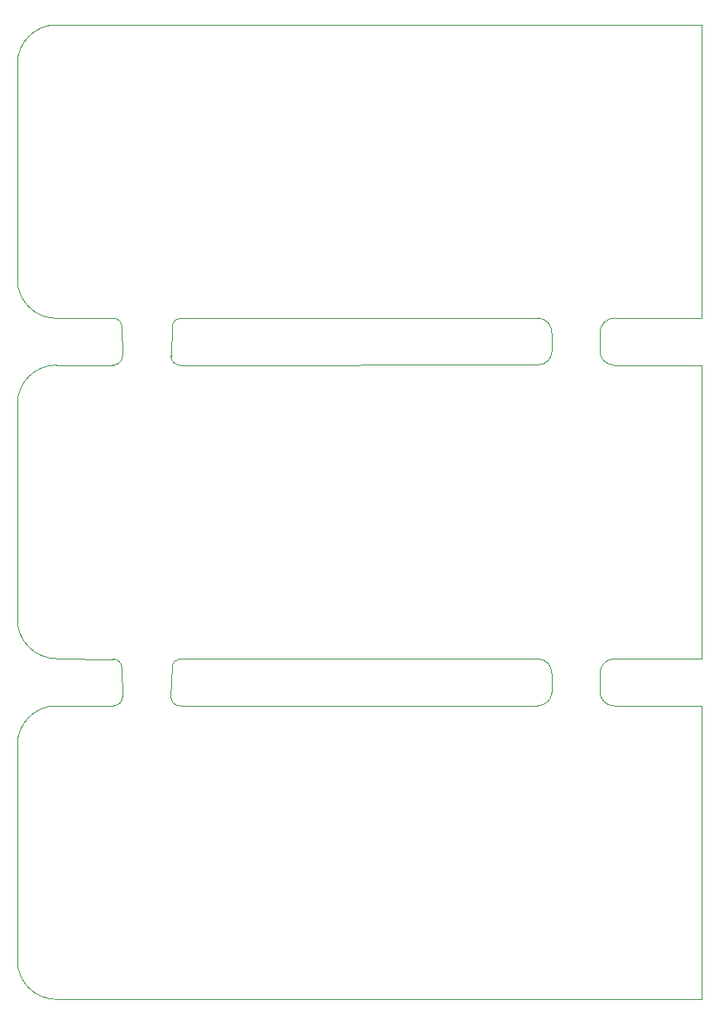
<source format=gbr>
%TF.GenerationSoftware,KiCad,Pcbnew,6.0.0~rc2+dfsg1-1*%
%TF.CreationDate,2022-01-14T16:17:07+00:00*%
%TF.ProjectId,LiRX_tht_nutzen,4c695258-5f74-4687-945f-6e75747a656e,rev?*%
%TF.SameCoordinates,Original*%
%TF.FileFunction,Profile,NP*%
%FSLAX46Y46*%
G04 Gerber Fmt 4.6, Leading zero omitted, Abs format (unit mm)*
G04 Created by KiCad (PCBNEW 6.0.0~rc2+dfsg1-1) date 2022-01-14 16:17:07*
%MOMM*%
%LPD*%
G01*
G04 APERTURE LIST*
%TA.AperFunction,Profile*%
%ADD10C,0.050000*%
%TD*%
G04 APERTURE END LIST*
D10*
X113921662Y-117173634D02*
G75*
G03*
X115346662Y-115821662I0J1426972D01*
G01*
X70437414Y-117196365D02*
G75*
G03*
X71396661Y-116246662I34248J924703D01*
G01*
X64640000Y-117200000D02*
X70437414Y-117196365D01*
X76471436Y-113196662D02*
X76346098Y-116271662D01*
X121671662Y-117196662D02*
X130640000Y-117200000D01*
X115346662Y-115821662D02*
X115323741Y-113917911D01*
X77296435Y-117196661D02*
X113921662Y-117173634D01*
X64640000Y-112369511D02*
X70446662Y-112421663D01*
X113874663Y-112385105D02*
X77296435Y-112420149D01*
X115323741Y-113917911D02*
G75*
G03*
X113874663Y-112385105I-1474078J57807D01*
G01*
X121775000Y-112375000D02*
G75*
G03*
X120250000Y-113900000I0J-1525000D01*
G01*
X130640000Y-112369511D02*
X121775000Y-112375000D01*
X77296435Y-112420151D02*
G75*
G03*
X76471436Y-113196662I227J-826754D01*
G01*
X71322028Y-113271662D02*
G75*
G03*
X70446662Y-112421663I-850255J115D01*
G01*
X76346098Y-116271662D02*
G75*
G03*
X77296435Y-117196661I925337J0D01*
G01*
X120250000Y-113900000D02*
X120246662Y-115771662D01*
X71396661Y-116246662D02*
X71322029Y-113271662D01*
X120246662Y-115771662D02*
G75*
G03*
X121671662Y-117196662I1425000J0D01*
G01*
X76474774Y-78375000D02*
X76349436Y-81450000D01*
X71399999Y-81425000D02*
X71325367Y-78450000D01*
X77299773Y-82374999D02*
X113925000Y-82351972D01*
X113878001Y-77563443D02*
X77299773Y-77598487D01*
X115350000Y-81000000D02*
X115327079Y-79096249D01*
X121675000Y-82375000D02*
X130640000Y-82369511D01*
X120253338Y-79078338D02*
X120250000Y-80950000D01*
X130640000Y-77605489D02*
X121778338Y-77553338D01*
X115327079Y-79096249D02*
G75*
G03*
X113878001Y-77563443I-1474078J57807D01*
G01*
X113925000Y-82351972D02*
G75*
G03*
X115350000Y-81000000I0J1426972D01*
G01*
X121778338Y-77553338D02*
G75*
G03*
X120253338Y-79078338I0J-1525000D01*
G01*
X120250000Y-80950000D02*
G75*
G03*
X121675000Y-82375000I1425000J0D01*
G01*
X76349436Y-81450000D02*
G75*
G03*
X77299773Y-82374999I925337J0D01*
G01*
X77299773Y-77598489D02*
G75*
G03*
X76474774Y-78375000I227J-826754D01*
G01*
X70440752Y-82374703D02*
G75*
G03*
X71399999Y-81425000I34248J924703D01*
G01*
X71325366Y-78450000D02*
G75*
G03*
X70450000Y-77600001I-850255J115D01*
G01*
X64640000Y-82369511D02*
X70440752Y-82374703D01*
X64640000Y-77605489D02*
X70450000Y-77600001D01*
X60640000Y-73605489D02*
G75*
G03*
X64640000Y-77605489I4000000J0D01*
G01*
X130640000Y-47605489D02*
X130640000Y-77605489D01*
X64640000Y-47605489D02*
G75*
G03*
X60640000Y-51605489I0J-4000000D01*
G01*
X60640000Y-73605489D02*
X60640000Y-51605489D01*
X64640000Y-47605489D02*
X130640000Y-47605489D01*
X130640000Y-82369511D02*
X130640000Y-112369511D01*
X60640000Y-108369511D02*
G75*
G03*
X64640000Y-112369511I4000000J0D01*
G01*
X64640000Y-82369511D02*
G75*
G03*
X60640000Y-86369511I0J-4000000D01*
G01*
X60640000Y-108369511D02*
X60640000Y-86369511D01*
X60640000Y-143200000D02*
X60640000Y-121200000D01*
X64640000Y-117200000D02*
G75*
G03*
X60640000Y-121200000I0J-4000000D01*
G01*
X64640000Y-147200000D02*
X130640000Y-147200000D01*
X60640000Y-143200000D02*
G75*
G03*
X64640000Y-147200000I4000000J0D01*
G01*
X130640000Y-117200000D02*
X130640000Y-147200000D01*
M02*

</source>
